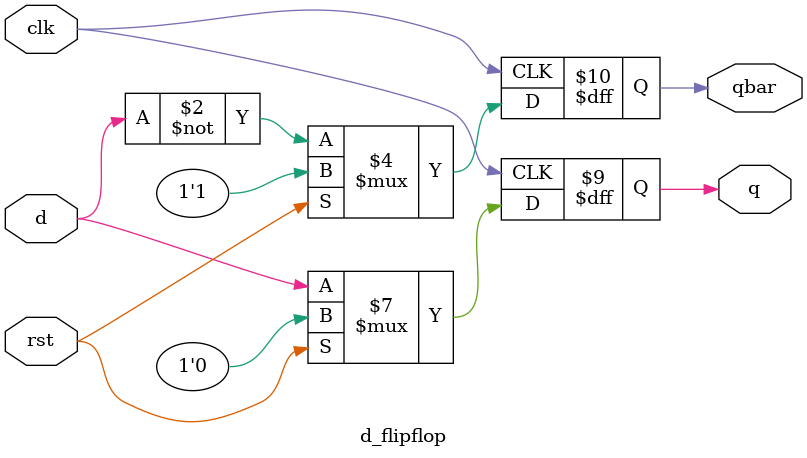
<source format=v>
`timescale 1ns / 1ps


module tusingdflipflop(
    input t,clk,rst,
    output  q,qbar
    );
    wire w1;
   
    
    d_flipflop a5(w1,clk,rst,q,qbar);
    assign w1=t^q;
endmodule
module d_flipflop(
input d,clk,rst,
output reg q,qbar);
always@(posedge clk)
begin
if(rst)
begin
q=0;
qbar=1;
end
else
begin
q=d;
qbar=~q; 
end
end
endmodule

</source>
